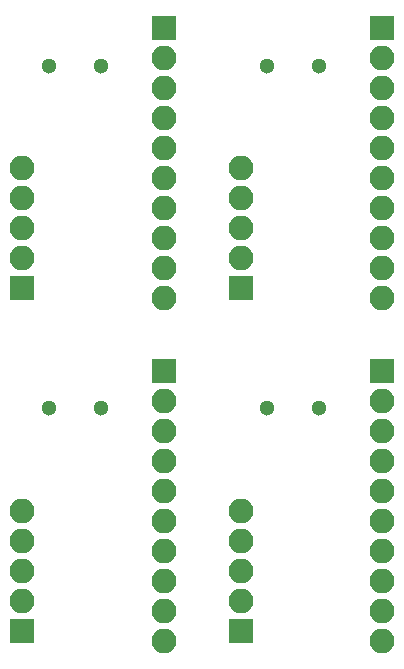
<source format=gbs>
%MOIN*%
%OFA0B0*%
%FSLAX46Y46*%
%IPPOS*%
%LPD*%
%ADD10O,0.082677165354330714X0.082677165354330714*%
%ADD11R,0.082677165354330714X0.082677165354330714*%
%ADD12C,0.051181102362204731*%
%ADD23O,0.082677165354330714X0.082677165354330714*%
%ADD24R,0.082677165354330714X0.082677165354330714*%
%ADD25C,0.051181102362204731*%
%ADD26O,0.082677165354330714X0.082677165354330714*%
%ADD27R,0.082677165354330714X0.082677165354330714*%
%ADD28C,0.051181102362204731*%
%ADD29O,0.082677165354330714X0.082677165354330714*%
%ADD30R,0.082677165354330714X0.082677165354330714*%
%ADD31C,0.051181102362204731*%
G01*
D10*
X0000059055Y0001102362D02*
X0000590551Y0000133464D03*
X0000590551Y0000233464D03*
X0000590551Y0000333464D03*
X0000590551Y0000433464D03*
X0000590551Y0000533464D03*
X0000590551Y0000633464D03*
X0000590551Y0000733464D03*
X0000590551Y0000833464D03*
X0000590551Y0000933464D03*
D11*
X0000590551Y0001033464D03*
D10*
X0000118110Y0000567322D03*
X0000118110Y0000467322D03*
X0000118110Y0000367322D03*
X0000118110Y0000267322D03*
D11*
X0000118110Y0000167322D03*
D12*
X0000207677Y0000908464D03*
X0000380905Y0000908464D03*
G04 next file*
G04 #@! TF.GenerationSoftware,KiCad,Pcbnew,(5.0.0)*
G04 #@! TF.CreationDate,2018-09-18T20:25:08+02:00*
G04 #@! TF.ProjectId,pcb_relay_main,7063625F72656C61795F6D61696E2E6B,rev?*
G04 #@! TF.SameCoordinates,PXeb14aa0PY7f13bd0*
G04 #@! TF.FileFunction,Soldermask,Bot*
G04 #@! TF.FilePolarity,Negative*
G04 Gerber Fmt 4.6, Leading zero omitted, Abs format (unit mm)*
G04 Created by KiCad (PCBNEW (5.0.0)) date 09/18/18 20:25:08*
G01*
G04 APERTURE LIST*
G04 APERTURE END LIST*
D23*
G04 #@! TO.C,J3*
X0000787401Y0001102362D02*
X0001318897Y0000133464D03*
X0001318897Y0000233464D03*
X0001318897Y0000333464D03*
X0001318897Y0000433464D03*
X0001318897Y0000533464D03*
X0001318897Y0000633464D03*
X0001318897Y0000733464D03*
X0001318897Y0000833464D03*
X0001318897Y0000933464D03*
D24*
X0001318897Y0001033464D03*
G04 #@! TD*
D23*
G04 #@! TO.C,J1*
X0000846456Y0000567322D03*
X0000846456Y0000467322D03*
X0000846456Y0000367322D03*
X0000846456Y0000267322D03*
D24*
X0000846456Y0000167322D03*
G04 #@! TD*
D25*
G04 #@! TO.C,J2*
X0000936023Y0000908464D03*
X0001109251Y0000908464D03*
G04 #@! TD*
G04 next file*
G04 #@! TF.GenerationSoftware,KiCad,Pcbnew,(5.0.0)*
G04 #@! TF.CreationDate,2018-09-18T20:25:08+02:00*
G04 #@! TF.ProjectId,pcb_relay_main,7063625F72656C61795F6D61696E2E6B,rev?*
G04 #@! TF.SameCoordinates,PXeb14aa0PY7f13bd0*
G04 #@! TF.FileFunction,Soldermask,Bot*
G04 #@! TF.FilePolarity,Negative*
G04 Gerber Fmt 4.6, Leading zero omitted, Abs format (unit mm)*
G04 Created by KiCad (PCBNEW (5.0.0)) date 09/18/18 20:25:08*
G01*
G04 APERTURE LIST*
G04 APERTURE END LIST*
D26*
G04 #@! TO.C,J3*
X0000059055Y0002244094D02*
X0000590551Y0001275196D03*
X0000590551Y0001375196D03*
X0000590551Y0001475196D03*
X0000590551Y0001575196D03*
X0000590551Y0001675196D03*
X0000590551Y0001775196D03*
X0000590551Y0001875196D03*
X0000590551Y0001975196D03*
X0000590551Y0002075196D03*
D27*
X0000590551Y0002175196D03*
G04 #@! TD*
D26*
G04 #@! TO.C,J1*
X0000118110Y0001709055D03*
X0000118110Y0001609055D03*
X0000118110Y0001509055D03*
X0000118110Y0001409055D03*
D27*
X0000118110Y0001309055D03*
G04 #@! TD*
D28*
G04 #@! TO.C,J2*
X0000207677Y0002050196D03*
X0000380905Y0002050196D03*
G04 #@! TD*
G04 next file*
G04 #@! TF.GenerationSoftware,KiCad,Pcbnew,(5.0.0)*
G04 #@! TF.CreationDate,2018-09-18T20:25:08+02:00*
G04 #@! TF.ProjectId,pcb_relay_main,7063625F72656C61795F6D61696E2E6B,rev?*
G04 #@! TF.SameCoordinates,PXeb14aa0PY7f13bd0*
G04 #@! TF.FileFunction,Soldermask,Bot*
G04 #@! TF.FilePolarity,Negative*
G04 Gerber Fmt 4.6, Leading zero omitted, Abs format (unit mm)*
G04 Created by KiCad (PCBNEW (5.0.0)) date 09/18/18 20:25:08*
G01*
G04 APERTURE LIST*
G04 APERTURE END LIST*
D29*
G04 #@! TO.C,J3*
X0000787401Y0002244094D02*
X0001318897Y0001275196D03*
X0001318897Y0001375196D03*
X0001318897Y0001475196D03*
X0001318897Y0001575196D03*
X0001318897Y0001675196D03*
X0001318897Y0001775196D03*
X0001318897Y0001875196D03*
X0001318897Y0001975196D03*
X0001318897Y0002075196D03*
D30*
X0001318897Y0002175196D03*
G04 #@! TD*
D29*
G04 #@! TO.C,J1*
X0000846456Y0001709055D03*
X0000846456Y0001609055D03*
X0000846456Y0001509055D03*
X0000846456Y0001409055D03*
D30*
X0000846456Y0001309055D03*
G04 #@! TD*
D31*
G04 #@! TO.C,J2*
X0000936023Y0002050196D03*
X0001109251Y0002050196D03*
G04 #@! TD*
M02*
</source>
